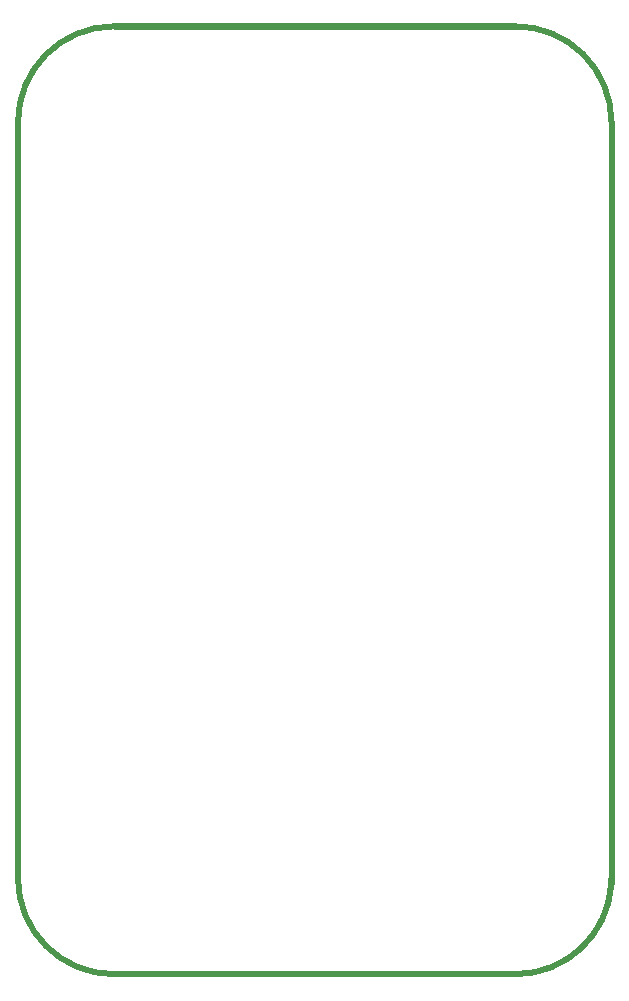
<source format=gbr>
%TF.GenerationSoftware,Altium Limited,Altium Designer,22.7.1 (60)*%
G04 Layer_Color=16711935*
%FSLAX45Y45*%
%MOMM*%
%TF.SameCoordinates,6F5B2F55-B7AD-49D5-9618-4F223791D6AE*%
%TF.FilePolarity,Positive*%
%TF.FileFunction,Keep-out,Top*%
%TF.Part,Single*%
G01*
G75*
%TA.AperFunction,NonConductor*%
%ADD40C,0.25400*%
%ADD43C,0.50000*%
D40*
X800000Y8000000D02*
G03*
X0Y7200000I0J-800000D01*
G01*
X5000000D02*
G03*
X4200000Y8000000I-800000J0D01*
G01*
Y0D02*
G03*
X5000000Y800000I0J800000D01*
G01*
X0D02*
G03*
X800000Y0I800000J0D01*
G01*
X0Y1350000D02*
Y7200000D01*
X800000Y8000000D02*
X4200000D01*
X5000000Y750000D02*
Y7200000D01*
X3150000Y0D02*
X4200000D01*
X0Y4900000D02*
Y6200000D01*
Y800000D02*
Y5200000D01*
X800000Y0D02*
X3200000D01*
D43*
X4200000Y-12738D02*
G03*
X5010748Y743164I0J812738D01*
G01*
X5012738Y7200000D02*
G03*
X4200000Y8012738I-812738J0D01*
G01*
X800000D02*
G03*
X-12738Y7200000I0J-812738D01*
G01*
Y800000D02*
G03*
X800000Y-12738I812738J0D01*
G01*
X4200000D01*
X5010748Y743164D02*
X5012738Y750000D01*
Y7200000D01*
X800000Y8012738D02*
X4200000D01*
X-12738Y800000D02*
Y7200000D01*
%TF.MD5,48f3048fc411f4506d40053014d73867*%
M02*

</source>
